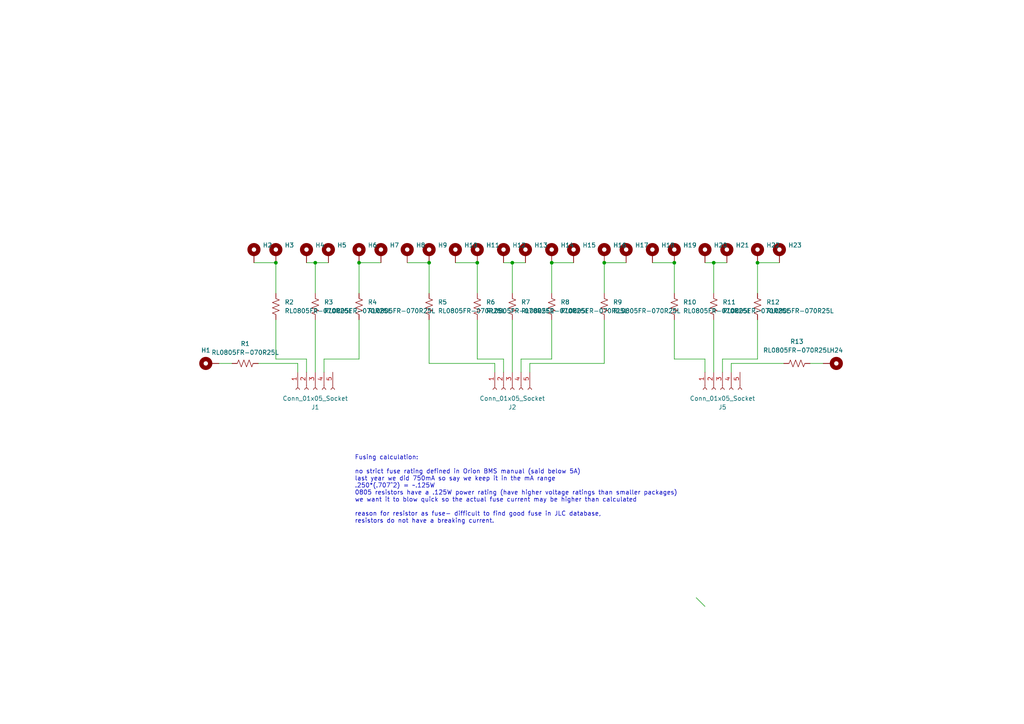
<source format=kicad_sch>
(kicad_sch (version 20231120) (generator "eeschema") (generator_version "8.0")
  (paper "A4")
  (lib_symbols
    (symbol "Connector:Conn_01x05_Socket" (pin_names (offset 1.016) hide)
      (property "Reference" "J" (at 0 7.62 0))
      (property "Value" "Conn_01x05_Socket" (at 0 -7.62 0))
      (symbol "Conn_01x05_Socket_1_1"
        (arc (start 0 -4.572) (mid -0.5058 -5.08) (end 0 -5.588) (stroke (width 0.1524)))
        (arc (start 0 -2.032) (mid -0.5058 -2.54) (end 0 -3.048) (stroke (width 0.1524)))
        (polyline (pts (xy -1.27 -5.08) (xy -0.508 -5.08)) (stroke (width 0.1524)))
        (polyline (pts (xy -1.27 -2.54) (xy -0.508 -2.54)) (stroke (width 0.1524)))
        (polyline (pts (xy -1.27 0) (xy -0.508 0)) (stroke (width 0.1524)))
        (polyline (pts (xy -1.27 2.54) (xy -0.508 2.54)) (stroke (width 0.1524)))
        (polyline (pts (xy -1.27 5.08) (xy -0.508 5.08)) (stroke (width 0.1524)))
        (arc (start 0 0.508) (mid -0.5058 0) (end 0 -0.508) (stroke (width 0.1524)))
        (arc (start 0 3.048) (mid -0.5058 2.54) (end 0 2.032) (stroke (width 0.1524)))
        (arc (start 0 5.588) (mid -0.5058 5.08) (end 0 4.572) (stroke (width 0.1524)))
        (pin passive line (at -5.08 5.08 0) (length 3.81) (name "Pin_1") (number "1"))
        (pin passive line (at -5.08 2.54 0) (length 3.81) (name "Pin_2") (number "2"))
        (pin passive line (at -5.08 0 0) (length 3.81) (name "Pin_3") (number "3"))
        (pin passive line (at -5.08 -2.54 0) (length 3.81) (name "Pin_4") (number "4"))
        (pin passive line (at -5.08 -5.08 0) (length 3.81) (name "Pin_5") (number "5"))
      )
    )
    (symbol "Device:R_US" (pin_numbers hide) (pin_names (offset 0))
      (property "Reference" "R" (at 2.54 0 90))
      (property "Value" "R_US" (at -2.54 0 90))
      (symbol "R_US_0_1"
        (polyline (pts (xy 0 -2.286) (xy 0 -2.54)))
        (polyline (pts (xy 0 2.286) (xy 0 2.54)))
        (polyline (pts (xy 0 -0.762) (xy 1.016 -1.143) (xy 0 -1.524) (xy -1.016 -1.905) (xy 0 -2.286)))
        (polyline (pts (xy 0 0.762) (xy 1.016 0.381) (xy 0 0) (xy -1.016 -0.381) (xy 0 -0.762)))
        (polyline (pts (xy 0 2.286) (xy 1.016 1.905) (xy 0 1.524) (xy -1.016 1.143) (xy 0 0.762)))
      )
      (symbol "R_US_1_1"
        (pin passive line (at 0 3.81 270) (length 1.27) (name "~") (number "1"))
        (pin passive line (at 0 -3.81 90) (length 1.27) (name "~") (number "2"))
      )
    )
    (symbol "Mechanical:MountingHole_Pad" (pin_numbers hide) (pin_names (offset 1.016) hide) (exclude_from_sim yes) (in_bom no)
      (property "Reference" "H" (at 0 6.35 0))
      (property "Value" "MountingHole_Pad" (at 0 4.445 0))
      (symbol "MountingHole_Pad_0_1"
        (circle (center 0 1.27) (radius 1.27) (stroke (width 1.27)))
      )
      (symbol "MountingHole_Pad_1_1"
        (pin input line (at 0 -2.54 90) (length 2.54) (name "1") (number "1"))
      )
    )
  )
  (junction (at 91.44 76.2))
  (junction (at 160.02 76.2))
  (junction (at 80.01 76.2))
  (junction (at 207.01 76.2))
  (junction (at 138.43 76.2))
  (junction (at 195.58 76.2))
  (junction (at 104.14 76.2))
  (junction (at 219.71 76.2))
  (junction (at 148.59 76.2))
  (junction (at 124.46 76.2))
  (junction (at 175.26 76.2))
  (bus_entry (at 201.93 173.355) (size 2.54 2.54))
  (wire (pts (xy 138.43 76.2) (xy 138.43 85.09)))
  (wire (pts (xy 91.44 76.2) (xy 95.25 76.2)))
  (wire (pts (xy 151.13 104.14) (xy 151.13 107.95)))
  (wire (pts (xy 80.01 76.2) (xy 80.01 85.09)))
  (wire (pts (xy 104.14 85.09) (xy 104.14 76.2)))
  (wire (pts (xy 88.9 76.2) (xy 91.44 76.2)))
  (wire (pts (xy 143.51 107.95) (xy 143.51 105.41)))
  (wire (pts (xy 219.71 76.2) (xy 226.06 76.2)))
  (wire (pts (xy 148.59 76.2) (xy 148.59 85.09)))
  (wire (pts (xy 195.58 76.2) (xy 195.58 85.09)))
  (wire (pts (xy 153.67 107.95) (xy 153.67 105.41)))
  (wire (pts (xy 104.14 76.2) (xy 110.49 76.2)))
  (wire (pts (xy 212.09 105.41) (xy 212.09 107.95)))
  (wire (pts (xy 151.13 104.14) (xy 160.02 104.14)))
  (wire (pts (xy 160.02 104.14) (xy 160.02 92.71)))
  (wire (pts (xy 93.98 104.14) (xy 104.14 104.14)))
  (wire (pts (xy 160.02 76.2) (xy 166.37 76.2)))
  (wire (pts (xy 175.26 105.41) (xy 175.26 92.71)))
  (wire (pts (xy 86.36 107.95) (xy 86.36 105.41)))
  (wire (pts (xy 189.23 76.2) (xy 195.58 76.2)))
  (wire (pts (xy 88.9 104.14) (xy 80.01 104.14)))
  (wire (pts (xy 204.47 104.14) (xy 195.58 104.14)))
  (wire (pts (xy 146.05 76.2) (xy 148.59 76.2)))
  (wire (pts (xy 238.76 105.41) (xy 234.95 105.41)))
  (wire (pts (xy 143.51 105.41) (xy 124.46 105.41)))
  (wire (pts (xy 132.08 76.2) (xy 138.43 76.2)))
  (wire (pts (xy 91.44 92.71) (xy 91.44 107.95)))
  (wire (pts (xy 80.01 104.14) (xy 80.01 92.71)))
  (wire (pts (xy 148.59 92.71) (xy 148.59 107.95)))
  (wire (pts (xy 207.01 92.71) (xy 207.01 107.95)))
  (wire (pts (xy 124.46 92.71) (xy 124.46 105.41)))
  (wire (pts (xy 209.55 104.14) (xy 219.71 104.14)))
  (wire (pts (xy 207.01 76.2) (xy 207.01 85.09)))
  (wire (pts (xy 227.33 105.41) (xy 212.09 105.41)))
  (wire (pts (xy 146.05 104.14) (xy 146.05 107.95)))
  (wire (pts (xy 219.71 85.09) (xy 219.71 76.2)))
  (wire (pts (xy 124.46 76.2) (xy 124.46 85.09)))
  (wire (pts (xy 63.5 105.41) (xy 67.31 105.41)))
  (wire (pts (xy 118.11 76.2) (xy 124.46 76.2)))
  (wire (pts (xy 160.02 76.2) (xy 160.02 85.09)))
  (wire (pts (xy 175.26 76.2) (xy 181.61 76.2)))
  (wire (pts (xy 195.58 104.14) (xy 195.58 92.71)))
  (wire (pts (xy 153.67 105.41) (xy 175.26 105.41)))
  (wire (pts (xy 146.05 104.14) (xy 138.43 104.14)))
  (wire (pts (xy 88.9 104.14) (xy 88.9 107.95)))
  (wire (pts (xy 73.66 76.2) (xy 80.01 76.2)))
  (wire (pts (xy 204.47 76.2) (xy 207.01 76.2)))
  (wire (pts (xy 207.01 76.2) (xy 210.82 76.2)))
  (wire (pts (xy 91.44 76.2) (xy 91.44 85.09)))
  (wire (pts (xy 138.43 104.14) (xy 138.43 92.71)))
  (wire (pts (xy 104.14 104.14) (xy 104.14 92.71)))
  (wire (pts (xy 175.26 85.09) (xy 175.26 76.2)))
  (wire (pts (xy 74.93 105.41) (xy 86.36 105.41)))
  (wire (pts (xy 209.55 104.14) (xy 209.55 107.95)))
  (wire (pts (xy 148.59 76.2) (xy 152.4 76.2)))
  (wire (pts (xy 219.71 104.14) (xy 219.71 92.71)))
  (wire (pts (xy 93.98 104.14) (xy 93.98 107.95)))
  (wire (pts (xy 204.47 104.14) (xy 204.47 107.95)))
  (text "Fusing calculation:\n\nno strict fuse rating defined in Orion BMS manual (said below 5A)\nlast year we did 750mA so say we keep it in the mA range\n.250*(.707^2) = ~.125W\n0805 resistors have a .125W power rating (have higher voltage ratings than smaller packages) \nwe want it to blow quick so the actual fuse current may be higher than calculated\n\nreason for resistor as fuse- difficult to find good fuse in JLC database, \nresistors do not have a breaking current." (at 102.87 141.986 0) (effects (font (size 1.27 1.27)) (justify left)))
  (symbol (lib_id "Mechanical:MountingHole_Pad") (at 219.71 73.66 0) (unit 1) (exclude_from_sim yes) (in_bom no)
    (property "Reference" "H22" (at 222.25 71.1199 0) (effects (justify left)))
    (property "Value" "MountingHole_Pad" (effects (hide yes)))
    (property "Footprint" "MountingHole:MountingHole_5.3mm_M5_Pad_Via" (effects (hide yes)))
    (property "Description" "Mounting Hole with connection" (effects (hide yes)))
  )
  (symbol (lib_id "Mechanical:MountingHole_Pad") (at 88.9 73.66 0) (unit 1) (exclude_from_sim yes) (in_bom no)
    (property "Reference" "H4" (at 91.44 71.1199 0) (effects (justify left)))
    (property "Value" "MountingHole_Pad" (effects (hide yes)))
    (property "Footprint" "MountingHole:MountingHole_5.3mm_M5_Pad_Via" (effects (hide yes)))
    (property "Description" "Mounting Hole with connection" (effects (hide yes)))
  )
  (symbol (lib_id "Connector:Conn_01x05_Socket") (at 209.55 113.03 90) (mirror x) (unit 1)
    (property "Reference" "J5" (at 209.55 118.11 90))
    (property "Value" "Conn_01x05_Socket" (at 209.55 115.57 90))
    (property "Footprint" "Connector_Molex:Molex_SPOX_5267-05A_1x05_P2.50mm_Vertical" (effects (hide yes)))
    (property "Description" "Generic connector, single row, 01x05, script generated" (effects (hide yes)))
  )
  (symbol (lib_id "Device:R_US") (at 80.01 88.9 0) (unit 1)
    (property "Reference" "R2" (at 82.55 87.6299 0) (effects (justify left)))
    (property "Value" "RL0805FR-070R25L" (at 82.55 90.1699 0) (effects (justify left)))
    (property "Footprint" "Resistor_SMD:R_0805_2012Metric_Pad1.20x1.40mm_HandSolder" (effects (hide yes)))
    (property "Description" "Resistor, US symbol" (effects (hide yes)))
  )
  (symbol (lib_id "Connector:Conn_01x05_Socket") (at 148.59 113.03 90) (mirror x) (unit 1)
    (property "Reference" "J2" (at 148.59 118.11 90))
    (property "Value" "Conn_01x05_Socket" (at 148.59 115.57 90))
    (property "Footprint" "Connector_Molex:Molex_SPOX_5267-05A_1x05_P2.50mm_Vertical" (effects (hide yes)))
    (property "Description" "Generic connector, single row, 01x05, script generated" (effects (hide yes)))
  )
  (symbol (lib_id "Device:R_US") (at 195.58 88.9 0) (unit 1)
    (property "Reference" "R10" (at 198.12 87.6299 0) (effects (justify left)))
    (property "Value" "RL0805FR-070R25L" (at 198.12 90.1699 0) (effects (justify left)))
    (property "Footprint" "Resistor_SMD:R_0805_2012Metric_Pad1.20x1.40mm_HandSolder" (effects (hide yes)))
    (property "Description" "Resistor, US symbol" (effects (hide yes)))
  )
  (symbol (lib_id "Mechanical:MountingHole_Pad") (at 181.61 73.66 0) (unit 1) (exclude_from_sim yes) (in_bom no)
    (property "Reference" "H17" (at 184.15 71.1199 0) (effects (justify left)))
    (property "Value" "MountingHole_Pad" (effects (hide yes)))
    (property "Footprint" "MountingHole:MountingHole_5.3mm_M5_Pad_Via" (effects (hide yes)))
    (property "Description" "Mounting Hole with connection" (effects (hide yes)))
  )
  (symbol (lib_id "Mechanical:MountingHole_Pad") (at 210.82 73.66 0) (unit 1) (exclude_from_sim yes) (in_bom no)
    (property "Reference" "H21" (at 213.36 71.1199 0) (effects (justify left)))
    (property "Value" "MountingHole_Pad" (effects (hide yes)))
    (property "Footprint" "MountingHole:MountingHole_5.3mm_M5_Pad_Via" (effects (hide yes)))
    (property "Description" "Mounting Hole with connection" (effects (hide yes)))
  )
  (symbol (lib_id "Device:R_US") (at 207.01 88.9 0) (unit 1)
    (property "Reference" "R11" (at 209.55 87.6299 0) (effects (justify left)))
    (property "Value" "RL0805FR-070R25L" (at 209.55 90.1699 0) (effects (justify left)))
    (property "Footprint" "Resistor_SMD:R_0805_2012Metric_Pad1.20x1.40mm_HandSolder" (effects (hide yes)))
    (property "Description" "Resistor, US symbol" (effects (hide yes)))
  )
  (symbol (lib_id "Mechanical:MountingHole_Pad") (at 95.25 73.66 0) (unit 1) (exclude_from_sim yes) (in_bom no)
    (property "Reference" "H5" (at 97.79 71.1199 0) (effects (justify left)))
    (property "Value" "MountingHole_Pad" (effects (hide yes)))
    (property "Footprint" "MountingHole:MountingHole_5.3mm_M5_Pad_Via" (effects (hide yes)))
    (property "Description" "Mounting Hole with connection" (effects (hide yes)))
  )
  (symbol (lib_id "Mechanical:MountingHole_Pad") (at 226.06 73.66 0) (unit 1) (exclude_from_sim yes) (in_bom no)
    (property "Reference" "H23" (at 228.6 71.1199 0) (effects (justify left)))
    (property "Value" "MountingHole_Pad" (effects (hide yes)))
    (property "Footprint" "MountingHole:MountingHole_5.3mm_M5_Pad_Via" (effects (hide yes)))
    (property "Description" "Mounting Hole with connection" (effects (hide yes)))
  )
  (symbol (lib_id "Mechanical:MountingHole_Pad") (at 73.66 73.66 0) (unit 1) (exclude_from_sim yes) (in_bom no)
    (property "Reference" "H2" (at 76.2 71.1199 0) (effects (justify left)))
    (property "Value" "MountingHole_Pad" (effects (hide yes)))
    (property "Footprint" "MountingHole:MountingHole_5.3mm_M5_Pad_Via" (effects (hide yes)))
    (property "Description" "Mounting Hole with connection" (effects (hide yes)))
  )
  (symbol (lib_id "Mechanical:MountingHole_Pad") (at 204.47 73.66 0) (unit 1) (exclude_from_sim yes) (in_bom no)
    (property "Reference" "H20" (at 207.01 71.1199 0) (effects (justify left)))
    (property "Value" "MountingHole_Pad" (effects (hide yes)))
    (property "Footprint" "MountingHole:MountingHole_5.3mm_M5_Pad_Via" (effects (hide yes)))
    (property "Description" "Mounting Hole with connection" (effects (hide yes)))
  )
  (symbol (lib_id "Mechanical:MountingHole_Pad") (at 110.49 73.66 0) (unit 1) (exclude_from_sim yes) (in_bom no)
    (property "Reference" "H7" (at 113.03 71.1199 0) (effects (justify left)))
    (property "Value" "MountingHole_Pad" (effects (hide yes)))
    (property "Footprint" "MountingHole:MountingHole_5.3mm_M5_Pad_Via" (effects (hide yes)))
    (property "Description" "Mounting Hole with connection" (effects (hide yes)))
  )
  (symbol (lib_id "Connector:Conn_01x05_Socket") (at 91.44 113.03 90) (mirror x) (unit 1)
    (property "Reference" "J1" (at 91.44 118.11 90))
    (property "Value" "Conn_01x05_Socket" (at 91.44 115.57 90))
    (property "Footprint" "Connector_Molex:Molex_SPOX_5267-05A_1x05_P2.50mm_Vertical" (effects (hide yes)))
    (property "Description" "Generic connector, single row, 01x05, script generated" (effects (hide yes)))
  )
  (symbol (lib_id "Device:R_US") (at 219.71 88.9 0) (unit 1)
    (property "Reference" "R12" (at 222.25 87.6299 0) (effects (justify left)))
    (property "Value" "RL0805FR-070R25L" (at 222.25 90.1699 0) (effects (justify left)))
    (property "Footprint" "Resistor_SMD:R_0805_2012Metric_Pad1.20x1.40mm_HandSolder" (effects (hide yes)))
    (property "Description" "Resistor, US symbol" (effects (hide yes)))
  )
  (symbol (lib_id "Mechanical:MountingHole_Pad") (at 152.4 73.66 0) (unit 1) (exclude_from_sim yes) (in_bom no)
    (property "Reference" "H13" (at 154.94 71.1199 0) (effects (justify left)))
    (property "Value" "MountingHole_Pad" (effects (hide yes)))
    (property "Footprint" "MountingHole:MountingHole_5.3mm_M5_Pad_Via" (effects (hide yes)))
    (property "Description" "Mounting Hole with connection" (effects (hide yes)))
  )
  (symbol (lib_id "Mechanical:MountingHole_Pad") (at 189.23 73.66 0) (unit 1) (exclude_from_sim yes) (in_bom no)
    (property "Reference" "H18" (at 191.77 71.1199 0) (effects (justify left)))
    (property "Value" "MountingHole_Pad" (effects (hide yes)))
    (property "Footprint" "MountingHole:MountingHole_5.3mm_M5_Pad_Via" (effects (hide yes)))
    (property "Description" "Mounting Hole with connection" (effects (hide yes)))
  )
  (symbol (lib_id "Mechanical:MountingHole_Pad") (at 146.05 73.66 0) (unit 1) (exclude_from_sim yes) (in_bom no)
    (property "Reference" "H12" (at 148.59 71.1199 0) (effects (justify left)))
    (property "Value" "MountingHole_Pad" (effects (hide yes)))
    (property "Footprint" "MountingHole:MountingHole_5.3mm_M5_Pad_Via" (effects (hide yes)))
    (property "Description" "Mounting Hole with connection" (effects (hide yes)))
  )
  (symbol (lib_id "Mechanical:MountingHole_Pad") (at 118.11 73.66 0) (unit 1) (exclude_from_sim yes) (in_bom no)
    (property "Reference" "H8" (at 120.65 71.1199 0) (effects (justify left)))
    (property "Value" "MountingHole_Pad" (effects (hide yes)))
    (property "Footprint" "MountingHole:MountingHole_5.3mm_M5_Pad_Via" (effects (hide yes)))
    (property "Description" "Mounting Hole with connection" (effects (hide yes)))
  )
  (symbol (lib_id "Device:R_US") (at 148.59 88.9 0) (unit 1)
    (property "Reference" "R7" (at 151.13 87.6299 0) (effects (justify left)))
    (property "Value" "RL0805FR-070R25L" (at 151.13 90.1699 0) (effects (justify left)))
    (property "Footprint" "Resistor_SMD:R_0805_2012Metric_Pad1.20x1.40mm_HandSolder" (effects (hide yes)))
    (property "Description" "Resistor, US symbol" (effects (hide yes)))
  )
  (symbol (lib_id "Mechanical:MountingHole_Pad") (at 132.08 73.66 0) (unit 1) (exclude_from_sim yes) (in_bom no)
    (property "Reference" "H10" (at 134.62 71.1199 0) (effects (justify left)))
    (property "Value" "MountingHole_Pad" (effects (hide yes)))
    (property "Footprint" "MountingHole:MountingHole_5.3mm_M5_Pad_Via" (effects (hide yes)))
    (property "Description" "Mounting Hole with connection" (effects (hide yes)))
  )
  (symbol (lib_id "Mechanical:MountingHole_Pad") (at 60.96 105.41 90) (unit 1) (exclude_from_sim yes) (in_bom no)
    (property "Reference" "H1" (at 59.69 101.6 90))
    (property "Value" "MountingHole_Pad" (effects (hide yes)))
    (property "Footprint" "MountingHole:MountingHole_5.3mm_M5_Pad_Via" (effects (hide yes)))
    (property "Description" "Mounting Hole with connection" (effects (hide yes)))
  )
  (symbol (lib_id "Mechanical:MountingHole_Pad") (at 195.58 73.66 0) (unit 1) (exclude_from_sim yes) (in_bom no)
    (property "Reference" "H19" (at 198.12 71.1199 0) (effects (justify left)))
    (property "Value" "MountingHole_Pad" (effects (hide yes)))
    (property "Footprint" "MountingHole:MountingHole_5.3mm_M5_Pad_Via" (effects (hide yes)))
    (property "Description" "Mounting Hole with connection" (effects (hide yes)))
  )
  (symbol (lib_id "Mechanical:MountingHole_Pad") (at 138.43 73.66 0) (unit 1) (exclude_from_sim yes) (in_bom no)
    (property "Reference" "H11" (at 140.97 71.1199 0) (effects (justify left)))
    (property "Value" "MountingHole_Pad" (effects (hide yes)))
    (property "Footprint" "MountingHole:MountingHole_5.3mm_M5_Pad_Via" (effects (hide yes)))
    (property "Description" "Mounting Hole with connection" (effects (hide yes)))
  )
  (symbol (lib_id "Device:R_US") (at 231.14 105.41 90) (unit 1)
    (property "Reference" "R13" (at 231.14 99.06 90))
    (property "Value" "RL0805FR-070R25L" (at 231.14 101.6 90))
    (property "Footprint" "Resistor_SMD:R_0805_2012Metric_Pad1.20x1.40mm_HandSolder" (effects (hide yes)))
    (property "Description" "Resistor, US symbol" (effects (hide yes)))
  )
  (symbol (lib_id "Mechanical:MountingHole_Pad") (at 160.02 73.66 0) (unit 1) (exclude_from_sim yes) (in_bom no)
    (property "Reference" "H14" (at 162.56 71.1199 0) (effects (justify left)))
    (property "Value" "MountingHole_Pad" (effects (hide yes)))
    (property "Footprint" "MountingHole:MountingHole_5.3mm_M5_Pad_Via" (effects (hide yes)))
    (property "Description" "Mounting Hole with connection" (effects (hide yes)))
  )
  (symbol (lib_id "Mechanical:MountingHole_Pad") (at 175.26 73.66 0) (unit 1) (exclude_from_sim yes) (in_bom no)
    (property "Reference" "H16" (at 177.8 71.1199 0) (effects (justify left)))
    (property "Value" "MountingHole_Pad" (effects (hide yes)))
    (property "Footprint" "MountingHole:MountingHole_5.3mm_M5_Pad_Via" (effects (hide yes)))
    (property "Description" "Mounting Hole with connection" (effects (hide yes)))
  )
  (symbol (lib_id "Mechanical:MountingHole_Pad") (at 241.3 105.41 270) (mirror x) (unit 1) (exclude_from_sim yes) (in_bom no)
    (property "Reference" "H24" (at 242.57 101.6 90))
    (property "Value" "MountingHole_Pad" (effects (hide yes)))
    (property "Footprint" "MountingHole:MountingHole_5.3mm_M5_Pad_Via" (effects (hide yes)))
    (property "Description" "Mounting Hole with connection" (effects (hide yes)))
  )
  (symbol (lib_id "Device:R_US") (at 104.14 88.9 0) (unit 1)
    (property "Reference" "R4" (at 106.68 87.6299 0) (effects (justify left)))
    (property "Value" "RL0805FR-070R25L" (at 106.68 90.1699 0) (effects (justify left)))
    (property "Footprint" "Resistor_SMD:R_0805_2012Metric_Pad1.20x1.40mm_HandSolder" (effects (hide yes)))
    (property "Description" "Resistor, US symbol" (effects (hide yes)))
  )
  (symbol (lib_id "Device:R_US") (at 91.44 88.9 0) (unit 1)
    (property "Reference" "R3" (at 93.98 87.6299 0) (effects (justify left)))
    (property "Value" "RL0805FR-070R25L" (at 93.98 90.1699 0) (effects (justify left)))
    (property "Footprint" "Resistor_SMD:R_0805_2012Metric_Pad1.20x1.40mm_HandSolder" (effects (hide yes)))
    (property "Description" "Resistor, US symbol" (effects (hide yes)))
  )
  (symbol (lib_id "Device:R_US") (at 71.12 105.41 90) (unit 1)
    (property "Reference" "R1" (at 71.12 99.695 90))
    (property "Value" "RL0805FR-070R25L" (at 71.12 102.235 90))
    (property "Footprint" "Resistor_SMD:R_0805_2012Metric_Pad1.20x1.40mm_HandSolder" (effects (hide yes)))
    (property "Description" "Resistor, US symbol" (effects (hide yes)))
  )
  (symbol (lib_id "Mechanical:MountingHole_Pad") (at 104.14 73.66 0) (unit 1) (exclude_from_sim yes) (in_bom no)
    (property "Reference" "H6" (at 106.68 71.1199 0) (effects (justify left)))
    (property "Value" "MountingHole_Pad" (effects (hide yes)))
    (property "Footprint" "MountingHole:MountingHole_5.3mm_M5_Pad_Via" (effects (hide yes)))
    (property "Description" "Mounting Hole with connection" (effects (hide yes)))
  )
  (symbol (lib_id "Device:R_US") (at 175.26 88.9 0) (unit 1)
    (property "Reference" "R9" (at 177.8 87.6299 0) (effects (justify left)))
    (property "Value" "RL0805FR-070R25L" (at 177.8 90.1699 0) (effects (justify left)))
    (property "Footprint" "Resistor_SMD:R_0805_2012Metric_Pad1.20x1.40mm_HandSolder" (effects (hide yes)))
    (property "Description" "Resistor, US symbol" (effects (hide yes)))
  )
  (symbol (lib_id "Device:R_US") (at 160.02 88.9 0) (unit 1)
    (property "Reference" "R8" (at 162.56 87.6299 0) (effects (justify left)))
    (property "Value" "RL0805FR-070R25L" (at 162.56 90.1699 0) (effects (justify left)))
    (property "Footprint" "Resistor_SMD:R_0805_2012Metric_Pad1.20x1.40mm_HandSolder" (effects (hide yes)))
    (property "Description" "Resistor, US symbol" (effects (hide yes)))
  )
  (symbol (lib_id "Device:R_US") (at 124.46 88.9 0) (unit 1)
    (property "Reference" "R5" (at 127 87.6299 0) (effects (justify left)))
    (property "Value" "RL0805FR-070R25L" (at 127 90.1699 0) (effects (justify left)))
    (property "Footprint" "Resistor_SMD:R_0805_2012Metric_Pad1.20x1.40mm_HandSolder" (effects (hide yes)))
    (property "Description" "Resistor, US symbol" (effects (hide yes)))
  )
  (symbol (lib_id "Mechanical:MountingHole_Pad") (at 80.01 73.66 0) (unit 1) (exclude_from_sim yes) (in_bom no)
    (property "Reference" "H3" (at 82.55 71.1199 0) (effects (justify left)))
    (property "Value" "MountingHole_Pad" (effects (hide yes)))
    (property "Footprint" "MountingHole:MountingHole_5.3mm_M5_Pad_Via" (effects (hide yes)))
    (property "Description" "Mounting Hole with connection" (effects (hide yes)))
  )
  (symbol (lib_id "Mechanical:MountingHole_Pad") (at 124.46 73.66 0) (unit 1) (exclude_from_sim yes) (in_bom no)
    (property "Reference" "H9" (at 127 71.1199 0) (effects (justify left)))
    (property "Value" "MountingHole_Pad" (effects (hide yes)))
    (property "Footprint" "MountingHole:MountingHole_5.3mm_M5_Pad_Via" (effects (hide yes)))
    (property "Description" "Mounting Hole with connection" (effects (hide yes)))
  )
  (symbol (lib_id "Device:R_US") (at 138.43 88.9 0) (unit 1)
    (property "Reference" "R6" (at 140.97 87.6299 0) (effects (justify left)))
    (property "Value" "RL0805FR-070R25L" (at 140.97 90.1699 0) (effects (justify left)))
    (property "Footprint" "Resistor_SMD:R_0805_2012Metric_Pad1.20x1.40mm_HandSolder" (effects (hide yes)))
    (property "Description" "Resistor, US symbol" (effects (hide yes)))
  )
  (symbol (lib_id "Mechanical:MountingHole_Pad") (at 166.37 73.66 0) (unit 1) (exclude_from_sim yes) (in_bom no)
    (property "Reference" "H15" (at 168.91 71.1199 0) (effects (justify left)))
    (property "Value" "MountingHole_Pad" (effects (hide yes)))
    (property "Footprint" "MountingHole:MountingHole_5.3mm_M5_Pad_Via" (effects (hide yes)))
    (property "Description" "Mounting Hole with connection" (effects (hide yes)))
  )
)
</source>
